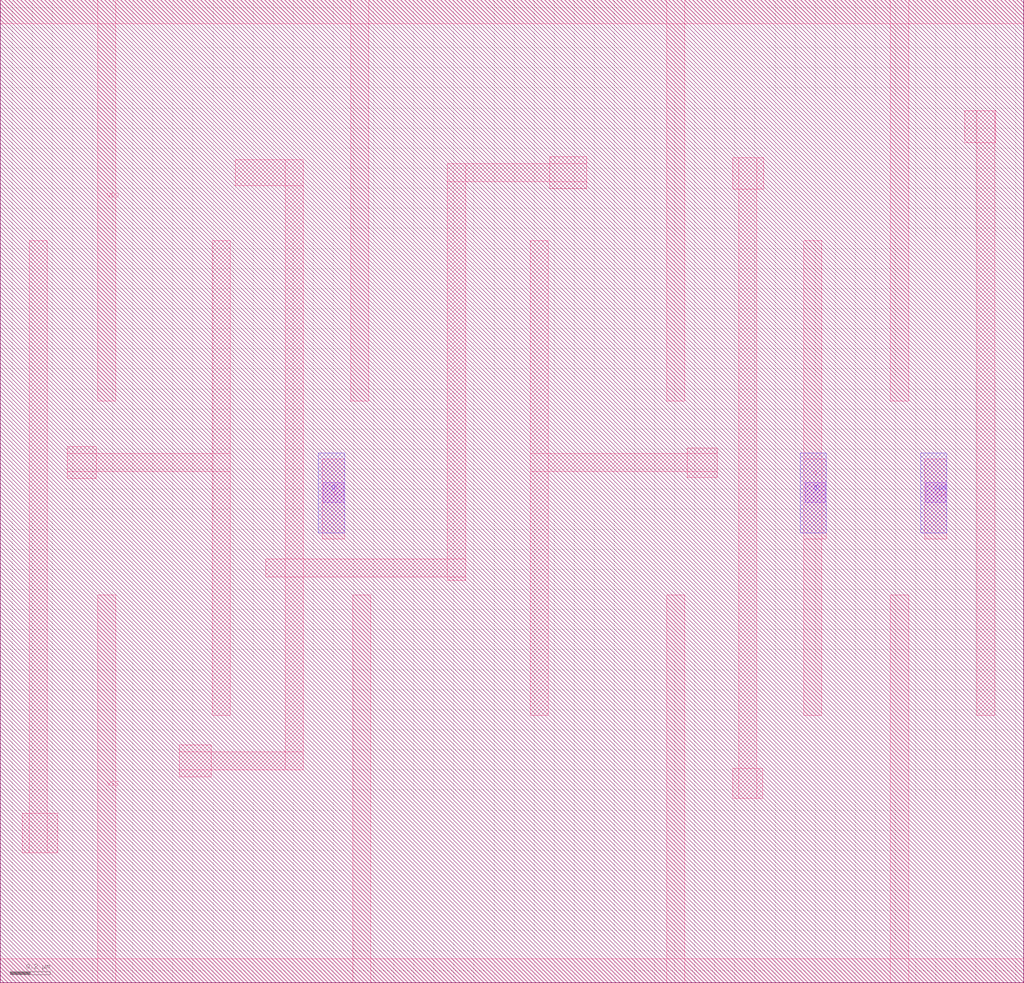
<source format=lef>
NAMESCASESENSITIVE ON ;
BUSBITCHARS "[]" ;

PROPERTYDEFINITIONS
  MACRO CatenaDesignType STRING ;
END PROPERTYDEFINITIONS

UNITS
  DATABASE MICRONS 1000 ;
END UNITS

MANUFACTURINGGRID 0.001 ;

DIVIDERCHAR "/" ;

LAYER M1
  TYPE ROUTING ;
  DIRECTION HORIZONTAL ;
  PITCH 0.26 0.26 ;
  WIDTH 0.14 ;
  AREA 0.042 ;
  SPACING 0.09 ;
  SPACING 0.19 RANGE 1.76 4 ;
  SPACING 0.29 RANGE 4 8 ;
  SPACING 1.05 RANGE 8 25 ;
  SPACING 1.85 RANGE 25 100000 ;
END M1

LAYER V1
  TYPE CUT ;
END V1

LAYER M2
  TYPE ROUTING ;
  DIRECTION VERTICAL ;
  PITCH 0.26 0.26 ;
  WIDTH 0.14 ;
  AREA 0.052 ;
  SPACING 0.1 ;
  SPACING 0.19 RANGE 1.76 4 ;
  SPACING 0.29 RANGE 4 8 ;
  SPACING 1.05 RANGE 8 25 ;
  SPACING 1.85 RANGE 25 100000 ;
END M2

LAYER V2
  TYPE CUT ;
END V2

LAYER M3
  TYPE ROUTING ;
  DIRECTION HORIZONTAL ;
  PITCH 0.26 0.26 ;
  WIDTH 0.14 ;
  AREA 0.052 ;
  SPACING 0.1 ;
  SPACING 0.19 RANGE 1.76 4 ;
  SPACING 0.29 RANGE 4 8 ;
  SPACING 1.05 RANGE 8 25 ;
  SPACING 1.85 RANGE 25 100000 ;
END M3

LAYER V3
  TYPE CUT ;
END V3

LAYER M4
  TYPE ROUTING ;
  DIRECTION VERTICAL ;
  PITCH 0.26 0.26 ;
  WIDTH 0.14 ;
  AREA 0.052 ;
  SPACING 0.1 ;
  SPACING 0.19 RANGE 1.76 4 ;
  SPACING 0.29 RANGE 4 8 ;
  SPACING 1.05 RANGE 8 25 ;
  SPACING 1.85 RANGE 25 100000 ;
END M4

LAYER V4
  TYPE CUT ;
END V4

LAYER M5
  TYPE ROUTING ;
  DIRECTION HORIZONTAL ;
  PITCH 0.26 0.26 ;
  WIDTH 0.14 ;
  AREA 0.052 ;
  SPACING 0.1 ;
  SPACING 0.19 RANGE 1.76 4 ;
  SPACING 0.29 RANGE 4 8 ;
  SPACING 1.05 RANGE 8 25 ;
  SPACING 1.85 RANGE 25 100000 ;
END M5

LAYER V5
  TYPE CUT ;
END V5

LAYER M6
  TYPE ROUTING ;
  DIRECTION VERTICAL ;
  PITCH 0.26 0.26 ;
  WIDTH 0.14 ;
  AREA 0.052 ;
  SPACING 0.1 ;
  SPACING 0.19 RANGE 1.76 4 ;
  SPACING 0.29 RANGE 4 8 ;
  SPACING 1.05 RANGE 8 25 ;
  SPACING 1.85 RANGE 25 100000 ;
  END M6

LAYER OVERLAP
  TYPE OVERLAP ;
END OVERLAP

SPACING
  SAMENET M1  M1    0.09 STACK ;
  SAMENET M2  M2    0.1 STACK ;
  SAMENET M3  M3    0.1 STACK ;
  SAMENET M4  M4    0.1 STACK ;
  SAMENET M5  M5    0.1 STACK ;
  SAMENET M6  M6    0.1 STACK ;
  SAMENET V1  V1    0.1 ;
  SAMENET V2  V2    0.1 ;
  SAMENET V3  V3    0.1 ;
  SAMENET V4  V4    0.1 ;
  SAMENET V5  V5    0.1 ;
  SAMENET V1  V2    0.00 STACK ;
  SAMENET V2  V3    0.00 STACK ;
  SAMENET V3  V4    0.00 STACK ;
  SAMENET V4  V5    0.00 STACK ;
  SAMENET V1  V3    0.00 STACK ;
  SAMENET V2  V4    0.00 STACK ;
  SAMENET V3  V5    0.00 STACK ;
  SAMENET V1  V4    0.00 STACK ;
  SAMENET V2  V5    0.00 STACK ;
  SAMENET V1  V5    0.00 STACK ;
END SPACING


VIA via5 DEFAULT
  LAYER M5 ;
    RECT -0.07 -0.07 0.07 0.07 ;
  LAYER V5 ;
    RECT -0.05 -0.05 0.05 0.05 ;
  LAYER M6 ;
    RECT -0.07 -0.07 0.07 0.07 ;
END via5

VIA via4 DEFAULT
  LAYER M4 ;
    RECT -0.07 -0.07 0.07 0.07 ;
  LAYER V4 ;
    RECT -0.05 -0.05 0.05 0.05 ;
  LAYER M5 ;
    RECT -0.07 -0.07 0.07 0.07 ;
END via4

VIA via3 DEFAULT
  LAYER M4 ;
    RECT -0.07 -0.07 0.07 0.07 ;
  LAYER V3 ;
    RECT -0.05 -0.05 0.05 0.05 ;
  LAYER M3 ;
    RECT -0.07 -0.07 0.07 0.07 ;
END via3

VIA via2 DEFAULT
  LAYER M3 ;
    RECT -0.07 -0.07 0.07 0.07 ;
  LAYER V2 ;
    RECT -0.05 -0.05 0.05 0.05 ;
  LAYER M2 ;
    RECT -0.07 -0.07 0.07 0.07 ;
END via2

VIA via1 DEFAULT
  LAYER M2 ;
    RECT -0.07 -0.07 0.07 0.07 ;
  LAYER V1 ;
    RECT -0.05 -0.05 0.05 0.05 ;
  LAYER M1 ;
    RECT -0.07 -0.07 0.07 0.07 ;
END via1


VIARULE via1Array GENERATE
  LAYER M1 ;
  DIRECTION HORIZONTAL ;
  OVERHANG 0.045 ;
    METALOVERHANG 0 ;
  LAYER M2 ;
  DIRECTION VERTICAL ;
    OVERHANG 0.045 ;
    METALOVERHANG 0 ;
  LAYER V1 ;
    RECT -0.05 -0.05 0.05 0.05 ;
    SPACING 0.2 BY 0.2 ;
END via1Array


VIARULE via2Array GENERATE
  LAYER M3 ;
    DIRECTION HORIZONTAL ;
    OVERHANG 0.03 ;
    METALOVERHANG 0 ;
  LAYER M2 ;
  DIRECTION VERTICAL ;
    OVERHANG 0.03 ;
    METALOVERHANG 0 ;
  LAYER V2 ;
    RECT -0.05 -0.05 0.05 0.05 ;
    SPACING 0.2 BY 0.2 ;
END via2Array


VIARULE via3Array GENERATE
  LAYER M3 ;
    DIRECTION HORIZONTAL ;
    OVERHANG 0.03 ;
    METALOVERHANG 0 ;
  LAYER M4 ;
    DIRECTION VERTICAL ;
    OVERHANG 0.03 ;
    METALOVERHANG 0 ;
  LAYER V3 ;
    RECT -0.05 -0.05 0.05 0.05 ;
    SPACING 0.2 BY 0.2 ;
END via3Array

VIARULE via4Array GENERATE
  LAYER M5 ;
    DIRECTION HORIZONTAL ;
    OVERHANG 0.03 ;
    METALOVERHANG 0 ;
  LAYER M4 ;
    DIRECTION VERTICAL ;
    OVERHANG 0.03 ;
    METALOVERHANG 0 ;
  LAYER V4 ;
    RECT -0.05 -0.05 0.05 0.05 ;
    SPACING 0.2 BY 0.2 ;
END via4Array

VIARULE via5Array GENERATE
  LAYER M5 ;
    DIRECTION HORIZONTAL ;
    OVERHANG 0.03 ;
    METALOVERHANG 0 ;
  LAYER M6 ;
    DIRECTION VERTICAL ;
    OVERHANG 0.045 ;
    METALOVERHANG 0 ;
  LAYER V5 ;
    RECT -0.05 -0.05 0.05 0.05 ;
    SPACING 0.2 BY 0.2 ;
END via5Array

VIARULE TURNM1 GENERATE
  LAYER M1 ;
    DIRECTION HORIZONTAL ;
  LAYER M1 ;
    DIRECTION VERTICAL ;
END TURNM1

VIARULE TURNM2 GENERATE
  LAYER M2 ;
    DIRECTION HORIZONTAL ;
  LAYER M2 ;
    DIRECTION VERTICAL ;
END TURNM2

VIARULE TURNM3 GENERATE
  LAYER M3 ;
    DIRECTION HORIZONTAL ;
  LAYER M3 ;
    DIRECTION VERTICAL ;
END TURNM3

VIARULE TURNM4 GENERATE
  LAYER M4 ;
    DIRECTION HORIZONTAL ;
  LAYER M4 ;
    DIRECTION VERTICAL ;
END TURNM4

VIARULE TURNM5 GENERATE
  LAYER M5 ;
    DIRECTION HORIZONTAL ;
  LAYER M5 ;
    DIRECTION VERTICAL ;
END TURNM5

VIARULE TURNM6 GENERATE
  LAYER M6 ;
    DIRECTION HORIZONTAL ;
  LAYER M6 ;
    DIRECTION VERTICAL ;
END TURNM6


SITE  CoreSite
    CLASS       CORE ;
    SYMMETRY    Y ;
    SYMMETRY    X ;
    SIZE        0.260 BY 4.9 ;
END  CoreSite

SITE  TDCoverSite
    CLASS       CORE ;
    SIZE        0.0500 BY 0.0500 ;
END  TDCoverSite

SITE  SBlockSite
    CLASS       CORE ;
    SIZE        0.0500 BY 0.0500 ;
END  SBlockSite

SITE  PortCellSite
    CLASS       PAD ;
    SIZE        0.0500 BY 0.0500 ;
END  PortCellSite

SITE  Core
    CLASS       CORE ;
    SYMMETRY    Y ;
    SYMMETRY    X ;
    SIZE        0.260 BY 4.9 ;
END  Core


MACRO AOI21
  CLASS CORE ;
  ORIGIN -7.636 -4.63 ;
  FOREIGN AOI21 7.636 4.63 ;
  SIZE 2.64 BY 5.06 ;
  SYMMETRY X Y ;
  SITE CoreSite ;
  PIN A
    DIRECTION INPUT ;
    USE SIGNAL ;
    PORT
      LAYER M1 ;
        RECT 8.761 6.878 8.871 7.261 ;
      LAYER M2 ;
        RECT 8.741 6.872 8.871 7.272 ;
      LAYER V1 ;
        RECT 8.766 7.024 8.866 7.124 ;
    END
  END A
  PIN B
    DIRECTION INPUT ;
    USE SIGNAL ;
    PORT
      LAYER M1 ;
        RECT 8.161 6.878 8.271 7.261 ;
      LAYER M2 ;
        RECT 8.141 6.872 8.271 7.272 ;
      LAYER V1 ;
        RECT 8.166 7.024 8.266 7.124 ;
    END
  END B
  PIN C
    DIRECTION INPUT ;
    USE SIGNAL ;
    PORT
      LAYER M1 ;
        RECT 9.361 6.878 9.471 7.261 ;
      LAYER M2 ;
        RECT 9.341 6.872 9.471 7.272 ;
      LAYER V1 ;
        RECT 9.366 7.024 9.466 7.124 ;
    END
  END C
  PIN OUT
    DIRECTION OUTPUT ;
    USE SIGNAL ;
    PORT
      LAYER M1 ;
        RECT 9.64 6.866 9.756 7.264 ;
        RECT 9.64 6.654 9.73 8.331 ;
        RECT 9.081 6.654 9.73 6.744 ;
        RECT 9.081 5.964 9.171 6.744 ;
      LAYER M2 ;
        RECT 9.641 6.878 9.771 7.278 ;
      LAYER V1 ;
        RECT 9.645 7.033 9.745 7.133 ;
    END
  END OUT
  PIN VDD
    DIRECTION INOUT ;
    USE POWER ;
    SHAPE ABUTMENT ;
    PORT
      LAYER M1 ;
        RECT 7.756 9.41 10.156 9.53 ;
        RECT 8.391 7.531 8.481 9.53 ;
    END
  END VDD
  PIN VSS
    DIRECTION INOUT ;
    USE GROUND ;
    SHAPE ABUTMENT ;
    PORT
      LAYER M1 ;
        RECT 7.756 4.63 10.156 4.75 ;
        RECT 9.495 4.63 9.585 6.564 ;
        RECT 8.126 4.63 8.216 6.564 ;
    END
  END VSS
  OBS
    LAYER M1 ;
      RECT 9.081 7.351 9.171 8.331 ;
      RECT 8.126 7.351 8.216 8.331 ;
      RECT 8.126 7.351 9.171 7.441 ;
  END
  PROPERTY CatenaDesignType "deviceLevel" ;
END AOI21

MACRO AOI22
  CLASS CORE ;
  ORIGIN -9.721 -5.653 ;
  FOREIGN AOI22 9.721 5.653 ;
  SIZE 2.7 BY 4.901 ;
  SYMMETRY X Y ;
  SITE CoreSite ;
  PIN A
    DIRECTION INPUT ;
    USE SIGNAL ;
    PORT
      LAYER M1 ;
        RECT 10.706 7.865 10.821 8.265 ;
      LAYER M2 ;
        RECT 10.706 7.895 10.836 8.295 ;
      LAYER V1 ;
        RECT 10.715 8.05 10.815 8.15 ;
    END
  END A
  PIN B
    DIRECTION INPUT ;
    USE SIGNAL ;
    PORT
      LAYER M1 ;
        RECT 10.121 7.865 10.236 8.265 ;
      LAYER M2 ;
        RECT 10.106 7.895 10.236 8.295 ;
      LAYER V1 ;
        RECT 10.126 8.05 10.226 8.15 ;
    END
  END B
  PIN C
    DIRECTION INPUT ;
    USE SIGNAL ;
    PORT
      LAYER M1 ;
        RECT 11.306 7.865 11.421 8.265 ;
      LAYER M2 ;
        RECT 11.306 7.895 11.436 8.295 ;
      LAYER V1 ;
        RECT 11.315 8.05 11.415 8.15 ;
    END
  END C
  PIN D
    DIRECTION INPUT ;
    USE SIGNAL ;
    PORT
      LAYER M1 ;
        RECT 11.906 7.865 12.021 8.265 ;
      LAYER M2 ;
        RECT 11.906 7.895 12.036 8.295 ;
      LAYER V1 ;
        RECT 11.915 8.05 12.015 8.15 ;
    END
  END D
  PIN OUT
    DIRECTION OUTPUT ;
    USE SIGNAL ;
    PORT
      LAYER M1 ;
        RECT 10.406 7.658 11.009 7.755 ;
        RECT 10.919 6.987 11.009 7.755 ;
        RECT 10.406 7.865 10.521 8.265 ;
        RECT 10.406 7.658 10.496 9.354 ;
      LAYER M2 ;
        RECT 10.406 7.894 10.536 8.294 ;
      LAYER V1 ;
        RECT 10.416 8.049 10.516 8.149 ;
    END
  END OUT
  PIN VDD
    DIRECTION INOUT ;
    USE POWER ;
    SHAPE ABUTMENT ;
    PORT
      LAYER M1 ;
        RECT 9.721 10.433 12.421 10.553 ;
        RECT 11.426 8.554 11.516 10.553 ;
    END
  END VDD
  PIN VSS
    DIRECTION INOUT ;
    USE GROUND ;
    SHAPE ABUTMENT ;
    PORT
      LAYER M1 ;
        RECT 9.721 5.653 12.421 5.773 ;
        RECT 12.026 5.653 12.116 7.587 ;
        RECT 10.091 5.653 10.181 7.587 ;
    END
  END VSS
  OBS
    LAYER M1 ;
      RECT 10.091 9.594 10.949 9.684 ;
      RECT 10.859 8.374 10.949 9.684 ;
      RECT 10.091 8.554 10.181 9.684 ;
      RECT 12.026 8.374 12.116 9.354 ;
      RECT 10.859 8.374 12.116 8.464 ;
  END
  PROPERTY CatenaDesignType "deviceLevel" ;
END AOI22

MACRO DFF
  CLASS CORE ;
  ORIGIN -8.44 -7.139 ;
  FOREIGN DFF 8.44 7.139 ;
  SIZE 5.1 BY 4.9 ;
  SYMMETRY X Y ;
  SITE CoreSite ;
  PIN CLK
    DIRECTION INPUT ;
    USE CLOCK ;
    PORT
      LAYER M1 ;
        RECT 13.045 9.351 13.155 9.751 ;
      LAYER M2 ;
        RECT 13.025 9.381 13.155 9.781 ;
      LAYER V1 ;
        RECT 13.05 9.533 13.15 9.633 ;
    END
  END CLK
  PIN D
    DIRECTION INPUT ;
    USE SIGNAL ;
    PORT
      LAYER M1 ;
        RECT 10.045 9.351 10.155 9.751 ;
      LAYER M2 ;
        RECT 10.025 9.381 10.155 9.781 ;
      LAYER V1 ;
        RECT 10.05 9.533 10.15 9.633 ;
    END
  END D
  PIN Q
    DIRECTION OUTPUT ;
    USE SIGNAL ;
    PORT
      LAYER M1 ;
        RECT 12.443 9.351 12.555 9.751 ;
        RECT 12.443 8.473 12.533 10.84 ;
      LAYER M2 ;
        RECT 12.425 9.381 12.555 9.781 ;
      LAYER V1 ;
        RECT 12.45 9.533 12.55 9.633 ;
    END
  END Q
  PIN VDD
    DIRECTION INOUT ;
    USE POWER ;
    SHAPE ABUTMENT ;
    PORT
      LAYER M1 ;
        RECT 8.44 11.919 13.54 12.039 ;
        RECT 12.875 10.04 12.965 12.039 ;
        RECT 11.76 10.04 11.85 12.039 ;
        RECT 10.185 10.04 10.275 12.039 ;
        RECT 8.925 10.04 9.015 12.039 ;
    END
  END VDD
  PIN VSS
    DIRECTION INOUT ;
    USE GROUND ;
    SHAPE ABUTMENT ;
    PORT
      LAYER M1 ;
        RECT 8.44 7.139 13.54 7.259 ;
        RECT 12.875 7.139 12.965 9.073 ;
        RECT 11.76 7.139 11.85 9.073 ;
        RECT 10.196 7.139 10.286 9.073 ;
        RECT 8.925 7.139 9.015 9.073 ;
    END
  END VSS
  OBS
    LAYER M1 ;
      RECT 13.245 11.328 13.4 11.486 ;
      RECT 13.305 8.473 13.395 11.486 ;
      RECT 12.09 11.095 12.245 11.253 ;
      RECT 12.12 8.058 12.21 11.253 ;
      RECT 12.09 8.058 12.24 8.208 ;
      RECT 11.08 8.473 11.17 10.84 ;
      RECT 11.862 9.657 12.011 9.806 ;
      RECT 11.08 9.687 12.011 9.777 ;
      RECT 11.178 11.098 11.362 11.258 ;
      RECT 9.61 11.113 9.95 11.243 ;
      RECT 9.86 8.201 9.95 11.243 ;
      RECT 10.668 11.133 11.362 11.223 ;
      RECT 10.668 9.145 10.759 11.223 ;
      RECT 9.762 9.163 10.759 9.253 ;
      RECT 9.331 8.167 9.492 8.325 ;
      RECT 9.331 8.201 9.95 8.291 ;
      RECT 9.497 8.473 9.587 10.84 ;
      RECT 8.774 9.653 8.919 9.812 ;
      RECT 8.774 9.687 9.587 9.777 ;
      RECT 8.585 7.788 8.675 10.84 ;
      RECT 8.55 7.788 8.726 7.983 ;
  END
END DFF

MACRO Filler_ckt
  CLASS CORE ;
  ORIGIN -7.804 -5.758 ;
  FOREIGN Filler_ckt 7.804 5.758 ;
  SIZE 0.3 BY 4.9 ;
  SYMMETRY X Y ;
  SITE CoreSite ;
  PIN VDD
    DIRECTION INOUT ;
    USE POWER ;
    SHAPE ABUTMENT ;
    PORT
      LAYER M1 ;
        RECT 7.779 10.538 8.129 10.658 ;
    END
  END VDD
  PIN VSS
    DIRECTION INOUT ;
    USE GROUND ;
    SHAPE ABUTMENT ;
    PORT
      LAYER M1 ;
        RECT 7.779 5.758 8.129 5.878 ;
    END
  END VSS
  PROPERTY CatenaDesignType "deviceLevel" ;
END Filler_ckt

MACRO INVERTER
  CLASS CORE ;
  ORIGIN -11.643 -5.787 ;
  FOREIGN INVERTER 11.643 5.787 ;
  SIZE 1.2 BY 4.9 ;
  SYMMETRY X Y ;
  SITE CoreSite ;
  PIN IN
    DIRECTION INPUT ;
    USE SIGNAL ;
    PORT
      LAYER M1 ;
        RECT 12.048 8.008 12.158 8.393 ;
      LAYER M2 ;
        RECT 12.028 8.029 12.158 8.429 ;
      LAYER V1 ;
        RECT 12.049 8.174 12.149 8.274 ;
    END
  END IN
  PIN OUT
    DIRECTION OUTPUT ;
    USE SIGNAL ;
    PORT
      LAYER M1 ;
        RECT 12.328 7.999 12.443 8.399 ;
        RECT 12.328 7.121 12.418 9.488 ;
      LAYER M2 ;
        RECT 12.328 8.029 12.458 8.429 ;
      LAYER V1 ;
        RECT 12.338 8.166 12.438 8.266 ;
    END
  END OUT
  PIN VDD
    DIRECTION INOUT ;
    USE POWER ;
    SHAPE ABUTMENT ;
    PORT
      LAYER M1 ;
        RECT 11.643 10.567 12.843 10.687 ;
        RECT 12.011 8.688 12.101 10.687 ;
    END
  END VDD
  PIN VSS
    DIRECTION INOUT ;
    USE GROUND ;
    SHAPE ABUTMENT ;
    PORT
      LAYER M1 ;
        RECT 11.643 5.787 12.843 5.907 ;
        RECT 12.011 5.787 12.101 7.721 ;
    END
  END VSS
END INVERTER

MACRO NAND
  CLASS CORE ;
  ORIGIN -11.114 -5.377 ;
  FOREIGN NAND 11.114 5.377 ;
  SIZE 1.5 BY 4.9 ;
  SYMMETRY X Y ;
  SITE CoreSite ;
  PIN A
    DIRECTION INPUT ;
    USE SIGNAL ;
    PORT
      LAYER M1 ;
        RECT 11.799 7.589 11.914 7.989 ;
      LAYER M2 ;
        RECT 11.799 7.619 11.929 8.019 ;
      LAYER V1 ;
        RECT 11.808 7.756 11.908 7.856 ;
    END
  END A
  PIN B
    DIRECTION INPUT ;
    USE SIGNAL ;
    PORT
      LAYER M1 ;
        RECT 12.099 7.589 12.214 7.989 ;
      LAYER M2 ;
        RECT 12.099 7.619 12.229 8.019 ;
      LAYER V1 ;
        RECT 12.108 7.756 12.208 7.856 ;
    END
  END B
  PIN OUT
    DIRECTION OUTPUT ;
    USE SIGNAL ;
    PORT
      LAYER M1 ;
        RECT 12.219 8.098 12.309 9.078 ;
        RECT 11.499 8.098 12.309 8.188 ;
        RECT 11.499 7.589 11.614 7.989 ;
        RECT 11.499 6.711 11.589 9.078 ;
      LAYER M2 ;
        RECT 11.499 7.619 11.629 8.019 ;
      LAYER V1 ;
        RECT 11.509 7.756 11.609 7.856 ;
    END
  END OUT
  PIN VDD
    DIRECTION INOUT ;
    USE POWER ;
    SHAPE ABUTMENT ;
    PORT
      LAYER M1 ;
        RECT 11.114 10.157 12.614 10.277 ;
        RECT 11.919 8.278 12.009 10.277 ;
    END
  END VDD
  PIN VSS
    DIRECTION INOUT ;
    USE GROUND ;
    SHAPE ABUTMENT ;
    PORT
      LAYER M1 ;
        RECT 11.114 5.377 12.614 5.497 ;
        RECT 12.219 5.377 12.309 7.311 ;
    END
  END VSS
END NAND

MACRO NOR
  CLASS CORE ;
  ORIGIN -8.994 -6.208 ;
  FOREIGN NOR 8.994 6.208 ;
  SIZE 1.8 BY 4.9 ;
  SYMMETRY X Y ;
  SITE CoreSite ;
  PIN A
    DIRECTION INPUT ;
    USE SIGNAL ;
    PORT
      LAYER M1 ;
        RECT 10.279 8.438 10.394 8.832 ;
      LAYER M2 ;
        RECT 10.279 8.45 10.409 8.85 ;
      LAYER V1 ;
        RECT 10.288 8.605 10.388 8.705 ;
    END
  END A
  PIN B
    DIRECTION INPUT ;
    USE SIGNAL ;
    PORT
      LAYER M1 ;
        RECT 9.679 8.438 9.794 8.832 ;
      LAYER M2 ;
        RECT 9.679 8.45 9.809 8.85 ;
      LAYER V1 ;
        RECT 9.688 8.605 9.788 8.705 ;
    END
  END B
  PIN OUT
    DIRECTION OUTPUT ;
    USE SIGNAL ;
    PORT
      LAYER M1 ;
        RECT 9.379 8.922 9.975 9.019 ;
        RECT 9.885 7.542 9.975 9.019 ;
        RECT 9.379 8.438 9.494 8.832 ;
        RECT 9.379 8.438 9.469 9.909 ;
      LAYER M2 ;
        RECT 9.379 8.45 9.509 8.85 ;
      LAYER V1 ;
        RECT 9.389 8.605 9.489 8.705 ;
    END
  END OUT
  PIN VDD
    DIRECTION INOUT ;
    USE POWER ;
    SHAPE ABUTMENT ;
    PORT
      LAYER M1 ;
        RECT 8.994 10.988 10.794 11.108 ;
        RECT 10.399 9.109 10.489 11.108 ;
    END
  END VDD
  PIN VSS
    DIRECTION INOUT ;
    USE GROUND ;
    SHAPE ABUTMENT ;
    PORT
      LAYER M1 ;
        RECT 8.994 6.208 10.794 6.328 ;
        RECT 10.399 6.208 10.489 8.142 ;
        RECT 9.379 6.208 9.469 8.142 ;
    END
  END VSS
END NOR

MACRO XOR
  CLASS CORE ;
  ORIGIN -12.016 -6.902 ;
  FOREIGN XOR 12.016 6.902 ;
  SIZE 3 BY 4.9 ;
  SYMMETRY X Y ;
  SITE CoreSite ;
  PIN A
    DIRECTION INPUT ;
    USE SIGNAL ;
    PORT
      LAYER M1 ;
        RECT 12.416 9.114 12.531 9.514 ;
      LAYER M2 ;
        RECT 12.401 9.144 12.531 9.544 ;
      LAYER V1 ;
        RECT 12.426 9.3 12.526 9.4 ;
    END
  END A
  PIN B
    DIRECTION INPUT ;
    USE SIGNAL ;
    PORT
      LAYER M1 ;
        RECT 13.016 9.114 13.131 9.514 ;
      LAYER M2 ;
        RECT 13.001 9.144 13.131 9.544 ;
      LAYER V1 ;
        RECT 13.026 9.3 13.126 9.4 ;
    END
  END B
  PIN OUT
    DIRECTION OUTPUT ;
    USE SIGNAL ;
    PORT
      LAYER M1 ;
        RECT 13.601 9.114 13.716 9.514 ;
        RECT 12.984 9.623 13.691 9.713 ;
        RECT 13.601 8.236 13.691 9.713 ;
        RECT 12.984 9.623 13.074 10.603 ;
      LAYER M2 ;
        RECT 13.601 9.144 13.731 9.544 ;
      LAYER V1 ;
        RECT 13.611 9.308 13.711 9.408 ;
    END
  END OUT
  PIN VSS
    DIRECTION INOUT ;
    USE GROUND ;
    PORT
      LAYER M1 ;
        RECT 12.016 6.902 15.016 7.022 ;
        RECT 14.616 6.902 14.706 8.836 ;
        RECT 13.928 6.902 14.018 8.836 ;
        RECT 12.38 6.902 12.47 8.836 ;
    END
  END VSS
  PIN VDD
    DIRECTION INOUT ;
    USE POWER ;
    PORT
      LAYER M1 ;
        RECT 12.016 11.682 15.016 11.802 ;
        RECT 13.928 9.803 14.018 11.802 ;
    END
  END VDD
  OBS
    LAYER M1 ;
      RECT 14.616 9.623 14.706 10.603 ;
      RECT 14.316 8.234 14.406 9.715 ;
      RECT 13.808 9.623 14.706 9.713 ;
      RECT 13.808 9.126 13.92 9.713 ;
      RECT 12.38 10.984 13.54 11.074 ;
      RECT 13.45 9.803 13.54 11.074 ;
      RECT 12.38 9.803 12.47 11.074 ;
  END
END XOR

END LIBRARY

</source>
